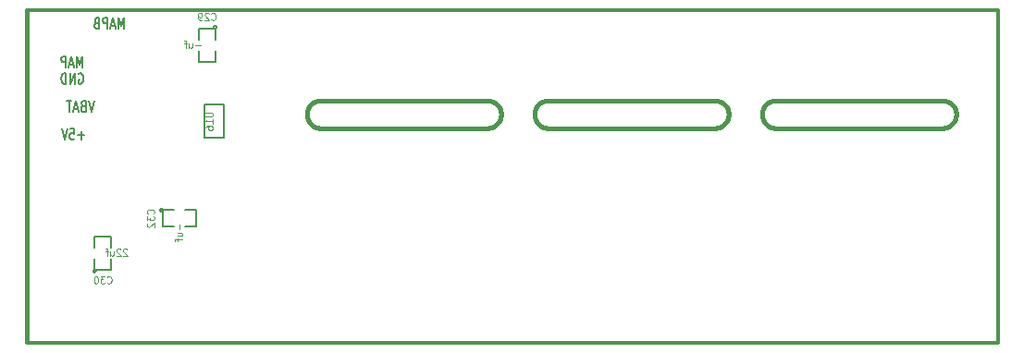
<source format=gbo>
G04 (created by PCBNEW-RS274X (20100406 SVN-R2508)-final) date 6/3/2010 10:00:35 PM*
G01*
G70*
G90*
%MOIN*%
G04 Gerber Fmt 3.4, Leading zero omitted, Abs format*
%FSLAX34Y34*%
G04 APERTURE LIST*
%ADD10C,0.006000*%
%ADD11C,0.012000*%
%ADD12C,0.015000*%
%ADD13C,0.005000*%
%ADD14C,0.004200*%
G04 APERTURE END LIST*
G54D10*
G54D11*
X56000Y-43250D02*
X21000Y-43250D01*
X56000Y-55250D02*
X56000Y-43250D01*
X21000Y-55250D02*
X56000Y-55250D01*
G54D12*
X54000Y-47500D02*
X54043Y-47498D01*
X54086Y-47492D01*
X54129Y-47482D01*
X54171Y-47469D01*
X54211Y-47453D01*
X54250Y-47433D01*
X54286Y-47409D01*
X54321Y-47383D01*
X54353Y-47353D01*
X54383Y-47321D01*
X54409Y-47286D01*
X54433Y-47249D01*
X54453Y-47211D01*
X54469Y-47171D01*
X54482Y-47129D01*
X54492Y-47086D01*
X54498Y-47043D01*
X54500Y-47000D01*
X21000Y-55200D02*
X21000Y-55000D01*
X54000Y-47500D02*
X48000Y-47500D01*
X31600Y-46500D02*
X31557Y-46502D01*
X31514Y-46508D01*
X31471Y-46518D01*
X31429Y-46531D01*
X31389Y-46547D01*
X31351Y-46567D01*
X31314Y-46591D01*
X31279Y-46617D01*
X31247Y-46647D01*
X31217Y-46679D01*
X31191Y-46714D01*
X31167Y-46751D01*
X31147Y-46789D01*
X31131Y-46829D01*
X31118Y-46871D01*
X31108Y-46914D01*
X31102Y-46957D01*
X31100Y-47000D01*
X31100Y-47000D02*
X31102Y-47043D01*
X31108Y-47086D01*
X31118Y-47129D01*
X31131Y-47171D01*
X31147Y-47211D01*
X31167Y-47249D01*
X31191Y-47286D01*
X31217Y-47321D01*
X31247Y-47353D01*
X31279Y-47383D01*
X31314Y-47409D01*
X31351Y-47433D01*
X31389Y-47453D01*
X31429Y-47469D01*
X31471Y-47482D01*
X31514Y-47492D01*
X31557Y-47498D01*
X31600Y-47500D01*
X37600Y-47500D02*
X37643Y-47498D01*
X37686Y-47492D01*
X37729Y-47482D01*
X37771Y-47469D01*
X37811Y-47453D01*
X37850Y-47433D01*
X37886Y-47409D01*
X37921Y-47383D01*
X37953Y-47353D01*
X37983Y-47321D01*
X38009Y-47286D01*
X38033Y-47249D01*
X38053Y-47211D01*
X38069Y-47171D01*
X38082Y-47129D01*
X38092Y-47086D01*
X38098Y-47043D01*
X38100Y-47000D01*
X38100Y-47000D02*
X38098Y-46957D01*
X38092Y-46914D01*
X38082Y-46871D01*
X38069Y-46829D01*
X38053Y-46789D01*
X38033Y-46751D01*
X38009Y-46714D01*
X37983Y-46679D01*
X37953Y-46647D01*
X37921Y-46617D01*
X37886Y-46591D01*
X37850Y-46567D01*
X37811Y-46547D01*
X37771Y-46531D01*
X37729Y-46518D01*
X37686Y-46508D01*
X37643Y-46502D01*
X37600Y-46500D01*
X39800Y-46500D02*
X39757Y-46502D01*
X39714Y-46508D01*
X39671Y-46518D01*
X39629Y-46531D01*
X39589Y-46547D01*
X39551Y-46567D01*
X39514Y-46591D01*
X39479Y-46617D01*
X39447Y-46647D01*
X39417Y-46679D01*
X39391Y-46714D01*
X39367Y-46751D01*
X39347Y-46789D01*
X39331Y-46829D01*
X39318Y-46871D01*
X39308Y-46914D01*
X39302Y-46957D01*
X39300Y-47000D01*
X39300Y-47000D02*
X39302Y-47043D01*
X39308Y-47086D01*
X39318Y-47129D01*
X39331Y-47171D01*
X39347Y-47211D01*
X39367Y-47249D01*
X39391Y-47286D01*
X39417Y-47321D01*
X39447Y-47353D01*
X39479Y-47383D01*
X39514Y-47409D01*
X39551Y-47433D01*
X39589Y-47453D01*
X39629Y-47469D01*
X39671Y-47482D01*
X39714Y-47492D01*
X39757Y-47498D01*
X39800Y-47500D01*
X45800Y-47500D02*
X45843Y-47498D01*
X45886Y-47492D01*
X45929Y-47482D01*
X45971Y-47469D01*
X46011Y-47453D01*
X46050Y-47433D01*
X46086Y-47409D01*
X46121Y-47383D01*
X46153Y-47353D01*
X46183Y-47321D01*
X46209Y-47286D01*
X46233Y-47249D01*
X46253Y-47211D01*
X46269Y-47171D01*
X46282Y-47129D01*
X46292Y-47086D01*
X46298Y-47043D01*
X46300Y-47000D01*
X46300Y-47000D02*
X46298Y-46957D01*
X46292Y-46914D01*
X46282Y-46871D01*
X46269Y-46829D01*
X46253Y-46789D01*
X46233Y-46751D01*
X46209Y-46714D01*
X46183Y-46679D01*
X46153Y-46647D01*
X46121Y-46617D01*
X46086Y-46591D01*
X46050Y-46567D01*
X46011Y-46547D01*
X45971Y-46531D01*
X45929Y-46518D01*
X45886Y-46508D01*
X45843Y-46502D01*
X45800Y-46500D01*
X48000Y-46500D02*
X47957Y-46502D01*
X47914Y-46508D01*
X47871Y-46518D01*
X47829Y-46531D01*
X47789Y-46547D01*
X47751Y-46567D01*
X47714Y-46591D01*
X47679Y-46617D01*
X47647Y-46647D01*
X47617Y-46679D01*
X47591Y-46714D01*
X47567Y-46751D01*
X47547Y-46789D01*
X47531Y-46829D01*
X47518Y-46871D01*
X47508Y-46914D01*
X47502Y-46957D01*
X47500Y-47000D01*
X47500Y-47000D02*
X47502Y-47043D01*
X47508Y-47086D01*
X47518Y-47129D01*
X47531Y-47171D01*
X47547Y-47211D01*
X47567Y-47249D01*
X47591Y-47286D01*
X47617Y-47321D01*
X47647Y-47353D01*
X47679Y-47383D01*
X47714Y-47409D01*
X47751Y-47433D01*
X47789Y-47453D01*
X47829Y-47469D01*
X47871Y-47482D01*
X47914Y-47492D01*
X47957Y-47498D01*
X48000Y-47500D01*
X54500Y-47000D02*
X54498Y-46957D01*
X54492Y-46914D01*
X54482Y-46871D01*
X54469Y-46829D01*
X54453Y-46789D01*
X54433Y-46751D01*
X54409Y-46714D01*
X54383Y-46679D01*
X54353Y-46647D01*
X54321Y-46617D01*
X54286Y-46591D01*
X54250Y-46567D01*
X54211Y-46547D01*
X54171Y-46531D01*
X54129Y-46518D01*
X54086Y-46508D01*
X54043Y-46502D01*
X54000Y-46500D01*
X31600Y-47500D02*
X37600Y-47500D01*
X37600Y-46500D02*
X31600Y-46500D01*
X39800Y-47500D02*
X45800Y-47500D01*
X45800Y-46500D02*
X39800Y-46500D01*
X54000Y-46500D02*
X48000Y-46500D01*
G54D13*
X23086Y-47760D02*
X22857Y-47760D01*
X22971Y-47912D02*
X22971Y-47607D01*
X22572Y-47512D02*
X22715Y-47512D01*
X22729Y-47702D01*
X22715Y-47683D01*
X22686Y-47664D01*
X22615Y-47664D01*
X22586Y-47683D01*
X22572Y-47702D01*
X22557Y-47740D01*
X22557Y-47836D01*
X22572Y-47874D01*
X22586Y-47893D01*
X22615Y-47912D01*
X22686Y-47912D01*
X22715Y-47893D01*
X22729Y-47874D01*
X22471Y-47512D02*
X22371Y-47912D01*
X22271Y-47512D01*
X23442Y-46512D02*
X23342Y-46912D01*
X23242Y-46512D01*
X23043Y-46702D02*
X23000Y-46721D01*
X22985Y-46740D01*
X22971Y-46779D01*
X22971Y-46836D01*
X22985Y-46874D01*
X23000Y-46893D01*
X23028Y-46912D01*
X23143Y-46912D01*
X23143Y-46512D01*
X23043Y-46512D01*
X23014Y-46531D01*
X23000Y-46550D01*
X22985Y-46588D01*
X22985Y-46626D01*
X23000Y-46664D01*
X23014Y-46683D01*
X23043Y-46702D01*
X23143Y-46702D01*
X22857Y-46798D02*
X22714Y-46798D01*
X22885Y-46912D02*
X22785Y-46512D01*
X22685Y-46912D01*
X22628Y-46512D02*
X22457Y-46512D01*
X22543Y-46912D02*
X22543Y-46512D01*
X22878Y-45531D02*
X22907Y-45512D01*
X22950Y-45512D01*
X22993Y-45531D01*
X23021Y-45569D01*
X23036Y-45607D01*
X23050Y-45683D01*
X23050Y-45740D01*
X23036Y-45817D01*
X23021Y-45855D01*
X22993Y-45893D01*
X22950Y-45912D01*
X22921Y-45912D01*
X22878Y-45893D01*
X22864Y-45874D01*
X22864Y-45740D01*
X22921Y-45740D01*
X22736Y-45912D02*
X22736Y-45512D01*
X22564Y-45912D01*
X22564Y-45512D01*
X22422Y-45912D02*
X22422Y-45512D01*
X22350Y-45512D01*
X22307Y-45531D01*
X22279Y-45569D01*
X22264Y-45607D01*
X22250Y-45683D01*
X22250Y-45740D01*
X22264Y-45817D01*
X22279Y-45855D01*
X22307Y-45893D01*
X22350Y-45912D01*
X22422Y-45912D01*
X23029Y-45312D02*
X23029Y-44912D01*
X22929Y-45198D01*
X22829Y-44912D01*
X22829Y-45312D01*
X22700Y-45198D02*
X22557Y-45198D01*
X22728Y-45312D02*
X22628Y-44912D01*
X22528Y-45312D01*
X22429Y-45312D02*
X22429Y-44912D01*
X22314Y-44912D01*
X22286Y-44931D01*
X22271Y-44950D01*
X22257Y-44988D01*
X22257Y-45045D01*
X22271Y-45083D01*
X22286Y-45102D01*
X22314Y-45121D01*
X22429Y-45121D01*
X24529Y-43912D02*
X24529Y-43512D01*
X24429Y-43798D01*
X24329Y-43512D01*
X24329Y-43912D01*
X24200Y-43798D02*
X24057Y-43798D01*
X24228Y-43912D02*
X24128Y-43512D01*
X24028Y-43912D01*
X23929Y-43912D02*
X23929Y-43512D01*
X23814Y-43512D01*
X23786Y-43531D01*
X23771Y-43550D01*
X23757Y-43588D01*
X23757Y-43645D01*
X23771Y-43683D01*
X23786Y-43702D01*
X23814Y-43721D01*
X23929Y-43721D01*
X23529Y-43702D02*
X23486Y-43721D01*
X23471Y-43740D01*
X23457Y-43779D01*
X23457Y-43836D01*
X23471Y-43874D01*
X23486Y-43893D01*
X23514Y-43912D01*
X23629Y-43912D01*
X23629Y-43512D01*
X23529Y-43512D01*
X23500Y-43531D01*
X23486Y-43550D01*
X23471Y-43588D01*
X23471Y-43626D01*
X23486Y-43664D01*
X23500Y-43683D01*
X23529Y-43702D01*
X23629Y-43702D01*
G54D12*
X21000Y-43250D02*
X21000Y-55000D01*
G54D13*
X27400Y-47850D02*
X28100Y-47850D01*
X28100Y-47850D02*
X28100Y-46650D01*
X28100Y-46650D02*
X27400Y-46650D01*
X27400Y-46650D02*
X27400Y-47850D01*
X23500Y-52650D02*
X23499Y-52659D01*
X23496Y-52669D01*
X23491Y-52677D01*
X23485Y-52685D01*
X23477Y-52691D01*
X23469Y-52696D01*
X23460Y-52698D01*
X23450Y-52699D01*
X23441Y-52699D01*
X23432Y-52696D01*
X23423Y-52691D01*
X23416Y-52685D01*
X23409Y-52678D01*
X23405Y-52669D01*
X23402Y-52660D01*
X23401Y-52650D01*
X23401Y-52641D01*
X23404Y-52632D01*
X23408Y-52623D01*
X23415Y-52616D01*
X23422Y-52609D01*
X23430Y-52605D01*
X23440Y-52602D01*
X23449Y-52601D01*
X23458Y-52601D01*
X23468Y-52604D01*
X23476Y-52608D01*
X23484Y-52614D01*
X23490Y-52622D01*
X23495Y-52630D01*
X23498Y-52639D01*
X23499Y-52649D01*
X23500Y-52650D01*
X23450Y-52200D02*
X23450Y-52600D01*
X23450Y-52600D02*
X24050Y-52600D01*
X24050Y-52600D02*
X24050Y-52200D01*
X24050Y-51800D02*
X24050Y-51400D01*
X24050Y-51400D02*
X23450Y-51400D01*
X23450Y-51400D02*
X23450Y-51800D01*
X25900Y-50450D02*
X25899Y-50459D01*
X25896Y-50469D01*
X25891Y-50477D01*
X25885Y-50485D01*
X25877Y-50491D01*
X25869Y-50496D01*
X25860Y-50498D01*
X25850Y-50499D01*
X25841Y-50499D01*
X25832Y-50496D01*
X25823Y-50491D01*
X25816Y-50485D01*
X25809Y-50478D01*
X25805Y-50469D01*
X25802Y-50460D01*
X25801Y-50450D01*
X25801Y-50441D01*
X25804Y-50432D01*
X25808Y-50423D01*
X25815Y-50416D01*
X25822Y-50409D01*
X25830Y-50405D01*
X25840Y-50402D01*
X25849Y-50401D01*
X25858Y-50401D01*
X25868Y-50404D01*
X25876Y-50408D01*
X25884Y-50414D01*
X25890Y-50422D01*
X25895Y-50430D01*
X25898Y-50439D01*
X25899Y-50449D01*
X25900Y-50450D01*
X26300Y-50450D02*
X25900Y-50450D01*
X25900Y-50450D02*
X25900Y-51050D01*
X25900Y-51050D02*
X26300Y-51050D01*
X26700Y-51050D02*
X27100Y-51050D01*
X27100Y-51050D02*
X27100Y-50450D01*
X27100Y-50450D02*
X26700Y-50450D01*
X27850Y-43850D02*
X27849Y-43859D01*
X27846Y-43869D01*
X27841Y-43877D01*
X27835Y-43885D01*
X27827Y-43891D01*
X27819Y-43896D01*
X27810Y-43898D01*
X27800Y-43899D01*
X27791Y-43899D01*
X27782Y-43896D01*
X27773Y-43891D01*
X27766Y-43885D01*
X27759Y-43878D01*
X27755Y-43869D01*
X27752Y-43860D01*
X27751Y-43850D01*
X27751Y-43841D01*
X27754Y-43832D01*
X27758Y-43823D01*
X27765Y-43816D01*
X27772Y-43809D01*
X27780Y-43805D01*
X27790Y-43802D01*
X27799Y-43801D01*
X27808Y-43801D01*
X27818Y-43804D01*
X27826Y-43808D01*
X27834Y-43814D01*
X27840Y-43822D01*
X27845Y-43830D01*
X27848Y-43839D01*
X27849Y-43849D01*
X27850Y-43850D01*
X27800Y-44300D02*
X27800Y-43900D01*
X27800Y-43900D02*
X27200Y-43900D01*
X27200Y-43900D02*
X27200Y-44300D01*
X27200Y-44700D02*
X27200Y-45100D01*
X27200Y-45100D02*
X27800Y-45100D01*
X27800Y-45100D02*
X27800Y-44700D01*
G54D14*
X27421Y-46941D02*
X27664Y-46941D01*
X27693Y-46952D01*
X27707Y-46964D01*
X27721Y-46988D01*
X27721Y-47036D01*
X27707Y-47060D01*
X27693Y-47071D01*
X27664Y-47083D01*
X27421Y-47083D01*
X27721Y-47333D02*
X27721Y-47191D01*
X27721Y-47262D02*
X27421Y-47262D01*
X27464Y-47238D01*
X27493Y-47214D01*
X27507Y-47191D01*
X27421Y-47548D02*
X27421Y-47500D01*
X27436Y-47476D01*
X27450Y-47464D01*
X27493Y-47441D01*
X27550Y-47429D01*
X27664Y-47429D01*
X27693Y-47441D01*
X27707Y-47452D01*
X27721Y-47476D01*
X27721Y-47524D01*
X27707Y-47548D01*
X27693Y-47560D01*
X27664Y-47571D01*
X27593Y-47571D01*
X27564Y-47560D01*
X27550Y-47548D01*
X27536Y-47524D01*
X27536Y-47476D01*
X27550Y-47452D01*
X27564Y-47441D01*
X27593Y-47429D01*
X23911Y-53077D02*
X23923Y-53089D01*
X23958Y-53101D01*
X23982Y-53101D01*
X24018Y-53089D01*
X24042Y-53065D01*
X24053Y-53042D01*
X24065Y-52994D01*
X24065Y-52958D01*
X24053Y-52911D01*
X24042Y-52887D01*
X24018Y-52863D01*
X23982Y-52851D01*
X23958Y-52851D01*
X23923Y-52863D01*
X23911Y-52875D01*
X23827Y-52851D02*
X23673Y-52851D01*
X23756Y-52946D01*
X23720Y-52946D01*
X23696Y-52958D01*
X23684Y-52970D01*
X23673Y-52994D01*
X23673Y-53054D01*
X23684Y-53077D01*
X23696Y-53089D01*
X23720Y-53101D01*
X23792Y-53101D01*
X23815Y-53089D01*
X23827Y-53077D01*
X23518Y-52851D02*
X23494Y-52851D01*
X23470Y-52863D01*
X23458Y-52875D01*
X23446Y-52899D01*
X23435Y-52946D01*
X23435Y-53006D01*
X23446Y-53054D01*
X23458Y-53077D01*
X23470Y-53089D01*
X23494Y-53101D01*
X23518Y-53101D01*
X23542Y-53089D01*
X23554Y-53077D01*
X23565Y-53054D01*
X23577Y-53006D01*
X23577Y-52946D01*
X23565Y-52899D01*
X23554Y-52875D01*
X23542Y-52863D01*
X23518Y-52851D01*
X24624Y-51875D02*
X24612Y-51863D01*
X24589Y-51851D01*
X24529Y-51851D01*
X24505Y-51863D01*
X24493Y-51875D01*
X24482Y-51899D01*
X24482Y-51923D01*
X24493Y-51958D01*
X24636Y-52101D01*
X24482Y-52101D01*
X24386Y-51875D02*
X24374Y-51863D01*
X24351Y-51851D01*
X24291Y-51851D01*
X24267Y-51863D01*
X24255Y-51875D01*
X24244Y-51899D01*
X24244Y-51923D01*
X24255Y-51958D01*
X24398Y-52101D01*
X24244Y-52101D01*
X24029Y-51935D02*
X24029Y-52101D01*
X24136Y-51935D02*
X24136Y-52065D01*
X24125Y-52089D01*
X24101Y-52101D01*
X24065Y-52101D01*
X24041Y-52089D01*
X24029Y-52077D01*
X23946Y-51935D02*
X23851Y-51935D01*
X23910Y-52101D02*
X23910Y-51887D01*
X23899Y-51863D01*
X23875Y-51851D01*
X23851Y-51851D01*
X25577Y-50589D02*
X25589Y-50577D01*
X25601Y-50542D01*
X25601Y-50518D01*
X25589Y-50482D01*
X25565Y-50458D01*
X25542Y-50447D01*
X25494Y-50435D01*
X25458Y-50435D01*
X25411Y-50447D01*
X25387Y-50458D01*
X25363Y-50482D01*
X25351Y-50518D01*
X25351Y-50542D01*
X25363Y-50577D01*
X25375Y-50589D01*
X25351Y-50673D02*
X25351Y-50827D01*
X25446Y-50744D01*
X25446Y-50780D01*
X25458Y-50804D01*
X25470Y-50816D01*
X25494Y-50827D01*
X25554Y-50827D01*
X25577Y-50816D01*
X25589Y-50804D01*
X25601Y-50780D01*
X25601Y-50708D01*
X25589Y-50685D01*
X25577Y-50673D01*
X25375Y-50923D02*
X25363Y-50935D01*
X25351Y-50958D01*
X25351Y-51018D01*
X25363Y-51042D01*
X25375Y-51054D01*
X25399Y-51065D01*
X25423Y-51065D01*
X25458Y-51054D01*
X25601Y-50911D01*
X25601Y-51065D01*
X26506Y-50971D02*
X26506Y-51161D01*
X26435Y-51388D02*
X26601Y-51388D01*
X26435Y-51281D02*
X26565Y-51281D01*
X26589Y-51292D01*
X26601Y-51316D01*
X26601Y-51352D01*
X26589Y-51376D01*
X26577Y-51388D01*
X26435Y-51471D02*
X26435Y-51566D01*
X26601Y-51507D02*
X26387Y-51507D01*
X26363Y-51518D01*
X26351Y-51542D01*
X26351Y-51566D01*
X27661Y-43577D02*
X27673Y-43589D01*
X27708Y-43601D01*
X27732Y-43601D01*
X27768Y-43589D01*
X27792Y-43565D01*
X27803Y-43542D01*
X27815Y-43494D01*
X27815Y-43458D01*
X27803Y-43411D01*
X27792Y-43387D01*
X27768Y-43363D01*
X27732Y-43351D01*
X27708Y-43351D01*
X27673Y-43363D01*
X27661Y-43375D01*
X27565Y-43375D02*
X27553Y-43363D01*
X27530Y-43351D01*
X27470Y-43351D01*
X27446Y-43363D01*
X27434Y-43375D01*
X27423Y-43399D01*
X27423Y-43423D01*
X27434Y-43458D01*
X27577Y-43601D01*
X27423Y-43601D01*
X27304Y-43601D02*
X27256Y-43601D01*
X27232Y-43589D01*
X27220Y-43577D01*
X27196Y-43542D01*
X27185Y-43494D01*
X27185Y-43399D01*
X27196Y-43375D01*
X27208Y-43363D01*
X27232Y-43351D01*
X27280Y-43351D01*
X27304Y-43363D01*
X27315Y-43375D01*
X27327Y-43399D01*
X27327Y-43458D01*
X27315Y-43482D01*
X27304Y-43494D01*
X27280Y-43506D01*
X27232Y-43506D01*
X27208Y-43494D01*
X27196Y-43482D01*
X27185Y-43458D01*
X27279Y-44506D02*
X27089Y-44506D01*
X26862Y-44435D02*
X26862Y-44601D01*
X26969Y-44435D02*
X26969Y-44565D01*
X26958Y-44589D01*
X26934Y-44601D01*
X26898Y-44601D01*
X26874Y-44589D01*
X26862Y-44577D01*
X26779Y-44435D02*
X26684Y-44435D01*
X26743Y-44601D02*
X26743Y-44387D01*
X26732Y-44363D01*
X26708Y-44351D01*
X26684Y-44351D01*
M02*

</source>
